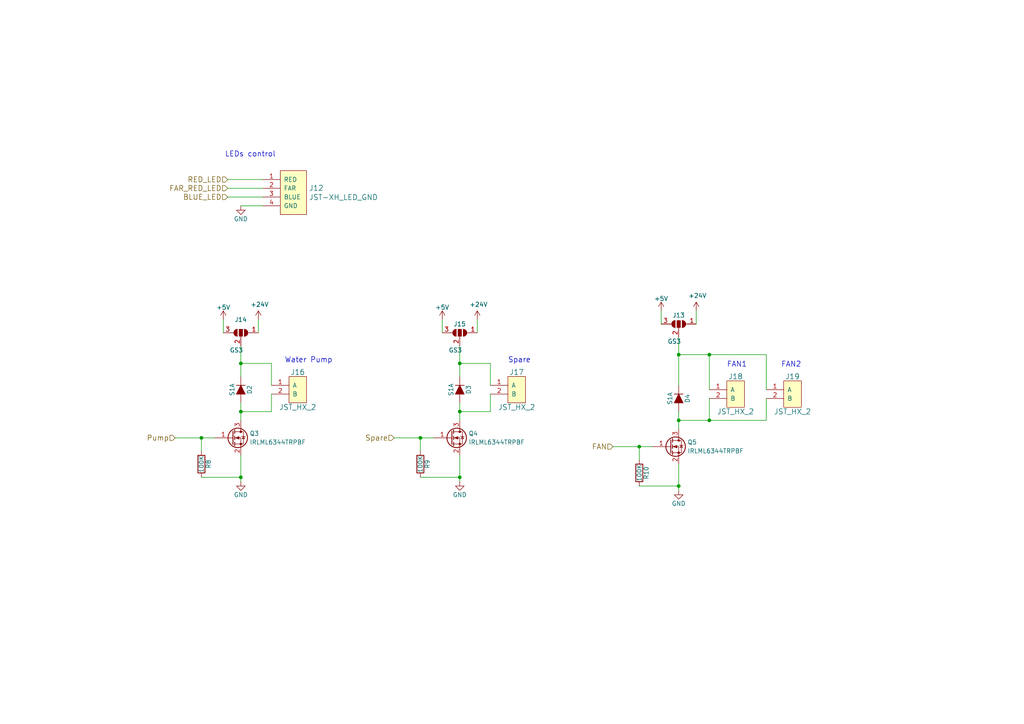
<source format=kicad_sch>
(kicad_sch (version 20230121) (generator eeschema)
  (paper "A4")
  (title_block (title "Astroplant Power Interface") (date "2018-02-13") (rev "0.5") (comment 1 "Vincent Frangi") (comment 2 "vincent.frangi@gmail.com"))
  (lib_symbols
    (symbol "Astroplant_VFR-rescue:D_ALT-Device" (pin_numbers hide) (pin_names (offset 1.016) hide)
      (property "Reference" "D" (at 0 2.54 0))
      (property "Value" "Device:D_ALT" (at 0 -2.54 0))
      (symbol "D_ALT-Device_0_1"
        (polyline (pts (xy -1.27 1.27) (xy -1.27 -1.27)) (stroke (width 0.2032)))
        (polyline (pts (xy 1.27 0) (xy -1.27 0)))
        (polyline (pts (xy 1.27 1.27) (xy 1.27 -1.27) (xy -1.27 0) (xy 1.27 1.27)) (stroke (width 0.2032)) (fill (type outline)))
      )
      (symbol "D_ALT-Device_1_1"
        (pin passive line (at -3.81 0 0) (length 2.54) (name "K") (number "1"))
        (pin passive line (at 3.81 0 180) (length 2.54) (name "A") (number "2"))
      )
    )
    (symbol "Astroplant_VFR-rescue:IRLML6344-AstroPlant" (pin_names (offset 0) hide)
      (property "Reference" "Q" (at 5.08 1.27 0))
      (property "Value" "AstroPlant:IRLML6344" (at 5.08 -1.27 0))
      (symbol "IRLML6344-AstroPlant_0_1"
        (polyline (pts (xy 0.0508 0) (xy 0.254 0)))
        (polyline (pts (xy 0.762 -1.778) (xy 2.54 -1.778)))
        (polyline (pts (xy 0.762 -1.27) (xy 0.762 -2.286)) (stroke (width 0.254)))
        (polyline (pts (xy 0.762 0) (xy 2.54 0)))
        (polyline (pts (xy 0.762 0.508) (xy 0.762 -0.508)) (stroke (width 0.254)))
        (polyline (pts (xy 0.762 1.778) (xy 2.54 1.778)))
        (polyline (pts (xy 0.762 2.286) (xy 0.762 1.27)) (stroke (width 0.254)))
        (polyline (pts (xy 2.54 -1.778) (xy 2.54 -2.54)))
        (polyline (pts (xy 2.54 -1.778) (xy 2.54 0)))
        (polyline (pts (xy 2.54 2.54) (xy 2.54 1.778)))
        (polyline (pts (xy 0.254 1.905) (xy 0.254 -1.905) (xy 0.254 -1.905)) (stroke (width 0.254)))
        (polyline (pts (xy 1.016 0) (xy 2.032 0.381) (xy 2.032 -0.381) (xy 1.016 0)) (fill (type outline)))
        (polyline (pts (xy 2.54 -1.778) (xy 3.302 -1.778) (xy 3.302 1.778) (xy 2.54 1.778)))
        (polyline (pts (xy 2.794 0.508) (xy 2.921 0.381) (xy 3.683 0.381) (xy 3.81 0.254)))
        (polyline (pts (xy 3.302 0.381) (xy 2.921 -0.254) (xy 3.683 -0.254) (xy 3.302 0.381)))
        (circle (center 1.651 0) (radius 2.8194) (stroke (width 0.254)))
        (circle (center 2.54 -1.778) (radius 0.2794) (fill (type outline)))
        (circle (center 2.54 1.778) (radius 0.2794) (fill (type outline)))
      )
      (symbol "IRLML6344-AstroPlant_1_1"
        (pin input line (at -5.08 0 0) (length 5.08) (name "G") (number "1"))
        (pin passive line (at 2.54 -5.08 90) (length 2.54) (name "S") (number "2"))
        (pin passive line (at 2.54 5.08 270) (length 2.54) (name "D") (number "3"))
      )
    )
    (symbol "Astroplant_VFR-rescue:JST-XH_LED_GND-JST_connector" (pin_names (offset 1.016))
      (property "Reference" "J" (at -5.08 6.35 0))
      (property "Value" "JST_connector:JST-XH_LED_GND" (at 2.54 0 90))
      (symbol "JST-XH_LED_GND-JST_connector_0_1"
        (rectangle (start -7.62 5.08) (end 0 -7.62) (fill (type background)))
      )
      (symbol "JST-XH_LED_GND-JST_connector_1_1"
        (pin passive line (at -12.7 2.54 0) (length 5.08) (name "RED") (number "1"))
        (pin passive line (at -12.7 0 0) (length 5.08) (name "FAR") (number "2"))
        (pin passive line (at -12.7 -2.54 0) (length 5.08) (name "BLUE") (number "3"))
        (pin passive line (at -12.7 -5.08 0) (length 5.08) (name "GND") (number "4"))
      )
    )
    (symbol "Astroplant_VFR-rescue:JST_HX_2-JST_connector" (pin_names (offset 1.016))
      (property "Reference" "J" (at 0 6.35 0))
      (property "Value" "JST_connector:JST_HX_2" (at 0 -3.81 0))
      (symbol "JST_HX_2-JST_connector_0_1"
        (rectangle (start -2.54 5.08) (end 2.54 -2.54) (fill (type background)))
      )
      (symbol "JST_HX_2-JST_connector_1_1"
        (pin passive line (at -7.62 2.54 0) (length 5.08) (name "A") (number "1"))
        (pin passive line (at -7.62 0 0) (length 5.08) (name "B") (number "2"))
      )
    )
    (symbol "Astroplant_VFR-rescue:SolderJumper_3_Open-Jumper" (pin_names (offset 0) hide)
      (property "Reference" "JP" (at -2.54 -2.54 0))
      (property "Value" "Jumper:SolderJumper_3_Open" (at 0 2.794 0))
      (symbol "SolderJumper_3_Open-Jumper_0_1"
        (arc (start -1.016 1.016) (mid -2.0276 0) (end -1.016 -1.016))
        (arc (start -1.016 1.016) (mid -2.0276 0) (end -1.016 -1.016) (fill (type outline)))
        (rectangle (start -0.508 1.016) (end 0.508 -1.016) (fill (type outline)))
        (polyline (pts (xy -2.54 0) (xy -2.032 0)))
        (polyline (pts (xy -1.016 1.016) (xy -1.016 -1.016)))
        (polyline (pts (xy 0 -1.27) (xy 0 -1.016)))
        (polyline (pts (xy 1.016 1.016) (xy 1.016 -1.016)))
        (polyline (pts (xy 2.54 0) (xy 2.032 0)))
        (arc (start 1.016 -1.016) (mid 2.0276 0) (end 1.016 1.016))
        (arc (start 1.016 -1.016) (mid 2.0276 0) (end 1.016 1.016) (fill (type outline)))
      )
      (symbol "SolderJumper_3_Open-Jumper_1_1"
        (pin passive line (at -5.08 0 0) (length 2.54) (name "A") (number "1"))
        (pin input line (at 0 -3.81 90) (length 2.54) (name "C") (number "2"))
        (pin passive line (at 5.08 0 180) (length 2.54) (name "B") (number "3"))
      )
    )
    (symbol "Device:R" (pin_numbers hide) (pin_names (offset 0))
      (property "Reference" "R" (at 2.032 0 90))
      (property "Value" "R" (at 0 0 90))
      (symbol "R_0_1"
        (rectangle (start -1.016 -2.54) (end 1.016 2.54) (stroke (width 0.254)))
      )
      (symbol "R_1_1"
        (pin passive line (at 0 3.81 270) (length 1.27) (name "~") (number "1"))
        (pin passive line (at 0 -3.81 90) (length 1.27) (name "~") (number "2"))
      )
    )
    (symbol "power:+24V" (power) (pin_names (offset 0))
      (property "Value" "+24V" (at 0 3.556 0))
      (symbol "+24V_0_1"
        (polyline (pts (xy -0.762 1.27) (xy 0 2.54)))
        (polyline (pts (xy 0 0) (xy 0 2.54)))
        (polyline (pts (xy 0 2.54) (xy 0.762 1.27)))
      )
      (symbol "+24V_1_1"
        (pin power_in line (at 0 0 90) (length 0) hide (name "+24V") (number "1"))
      )
    )
    (symbol "power:+5V" (power) (pin_names (offset 0))
      (property "Value" "+5V" (at 0 3.556 0))
      (symbol "+5V_0_1"
        (polyline (pts (xy -0.762 1.27) (xy 0 2.54)))
        (polyline (pts (xy 0 0) (xy 0 2.54)))
        (polyline (pts (xy 0 2.54) (xy 0.762 1.27)))
      )
      (symbol "+5V_1_1"
        (pin power_in line (at 0 0 90) (length 0) hide (name "+5V") (number "1"))
      )
    )
    (symbol "power:GND" (power) (pin_names (offset 0))
      (property "Value" "GND" (at 0 -3.81 0))
      (symbol "GND_0_1"
        (polyline (pts (xy 0 0) (xy 0 -1.27) (xy 1.27 -1.27) (xy 0 -2.54) (xy -1.27 -1.27) (xy 0 -1.27)))
      )
      (symbol "GND_1_1"
        (pin power_in line (at 0 0 270) (length 0) hide (name "GND") (number "1"))
      )
    )
  )
  (junction (at 196.85 102.87))
  (junction (at 133.35 138.43))
  (junction (at 205.74 121.92))
  (junction (at 69.85 105.41))
  (junction (at 69.85 119.38))
  (junction (at 121.92 127))
  (junction (at 69.85 138.43))
  (junction (at 133.35 119.38))
  (junction (at 185.42 129.54))
  (junction (at 196.85 121.92))
  (junction (at 133.35 105.41))
  (junction (at 205.74 102.87))
  (junction (at 58.42 127))
  (junction (at 196.85 140.97))
  (wire (pts (xy 114.3 127) (xy 121.92 127)))
  (wire (pts (xy 177.8 129.54) (xy 185.42 129.54)))
  (wire (pts (xy 78.74 105.41) (xy 69.85 105.41)))
  (wire (pts (xy 138.43 92.71) (xy 138.43 96.52)))
  (wire (pts (xy 142.24 119.38) (xy 142.24 114.3)))
  (wire (pts (xy 66.04 52.07) (xy 76.2 52.07)))
  (wire (pts (xy 142.24 105.41) (xy 133.35 105.41)))
  (wire (pts (xy 133.35 116.84) (xy 133.35 119.38)))
  (wire (pts (xy 222.25 102.87) (xy 222.25 113.03)))
  (wire (pts (xy 74.93 92.71) (xy 74.93 96.52)))
  (wire (pts (xy 185.42 129.54) (xy 189.23 129.54)))
  (wire (pts (xy 66.04 54.61) (xy 76.2 54.61)))
  (wire (pts (xy 64.77 92.71) (xy 64.77 96.52)))
  (wire (pts (xy 128.27 92.71) (xy 128.27 96.52)))
  (wire (pts (xy 58.42 127) (xy 62.23 127)))
  (wire (pts (xy 69.85 138.43) (xy 69.85 139.7)))
  (wire (pts (xy 76.2 59.69) (xy 69.85 59.69)))
  (wire (pts (xy 69.85 100.33) (xy 69.85 105.41)))
  (wire (pts (xy 69.85 119.38) (xy 69.85 121.92)))
  (wire (pts (xy 58.42 138.43) (xy 69.85 138.43)))
  (wire (pts (xy 121.92 127) (xy 125.73 127)))
  (wire (pts (xy 201.93 90.17) (xy 201.93 93.98)))
  (wire (pts (xy 222.25 121.92) (xy 222.25 115.57)))
  (wire (pts (xy 69.85 119.38) (xy 78.74 119.38)))
  (wire (pts (xy 133.35 105.41) (xy 133.35 109.22)))
  (wire (pts (xy 66.04 57.15) (xy 76.2 57.15)))
  (wire (pts (xy 196.85 102.87) (xy 196.85 111.76)))
  (wire (pts (xy 205.74 121.92) (xy 222.25 121.92)))
  (wire (pts (xy 69.85 116.84) (xy 69.85 119.38)))
  (wire (pts (xy 133.35 138.43) (xy 133.35 139.7)))
  (wire (pts (xy 185.42 129.54) (xy 185.42 133.35)))
  (wire (pts (xy 133.35 119.38) (xy 142.24 119.38)))
  (wire (pts (xy 121.92 127) (xy 121.92 130.81)))
  (wire (pts (xy 196.85 121.92) (xy 196.85 124.46)))
  (wire (pts (xy 196.85 119.38) (xy 196.85 121.92)))
  (wire (pts (xy 196.85 102.87) (xy 205.74 102.87)))
  (wire (pts (xy 196.85 134.62) (xy 196.85 140.97)))
  (wire (pts (xy 191.77 90.17) (xy 191.77 93.98)))
  (wire (pts (xy 133.35 100.33) (xy 133.35 105.41)))
  (wire (pts (xy 133.35 119.38) (xy 133.35 121.92)))
  (wire (pts (xy 69.85 132.08) (xy 69.85 138.43)))
  (wire (pts (xy 205.74 113.03) (xy 205.74 102.87)))
  (wire (pts (xy 58.42 127) (xy 58.42 130.81)))
  (wire (pts (xy 185.42 140.97) (xy 196.85 140.97)))
  (wire (pts (xy 196.85 140.97) (xy 196.85 142.24)))
  (wire (pts (xy 78.74 119.38) (xy 78.74 114.3)))
  (wire (pts (xy 50.8 127) (xy 58.42 127)))
  (wire (pts (xy 196.85 121.92) (xy 205.74 121.92)))
  (wire (pts (xy 69.85 105.41) (xy 69.85 109.22)))
  (wire (pts (xy 78.74 111.76) (xy 78.74 105.41)))
  (wire (pts (xy 196.85 97.79) (xy 196.85 102.87)))
  (wire (pts (xy 133.35 132.08) (xy 133.35 138.43)))
  (wire (pts (xy 205.74 102.87) (xy 222.25 102.87)))
  (wire (pts (xy 205.74 121.92) (xy 205.74 115.57)))
  (wire (pts (xy 142.24 111.76) (xy 142.24 105.41)))
  (wire (pts (xy 121.92 138.43) (xy 133.35 138.43)))
  (text "Spare" (at 147.32 105.41 0) (effects (font (size 1.524 1.524)) (justify left bottom)))
  (text "LEDs control" (at 80.01 45.72 0) (effects (font (size 1.524 1.524)) (justify right bottom)))
  (text "Water Pump" (at 82.55 105.41 0) (effects (font (size 1.524 1.524)) (justify left bottom)))
  (text "FAN2" (at 232.41 106.68 0) (effects (font (size 1.524 1.524)) (justify right bottom)))
  (text "FAN1" (at 210.82 106.68 0) (effects (font (size 1.524 1.524)) (justify left bottom)))
  (hierarchical_label "FAN" (shape input) (at 177.8 129.54 180) (effects (font (size 1.524 1.524))))
  (hierarchical_label "Spare" (shape input) (at 114.3 127 180) (effects (font (size 1.524 1.524))))
  (hierarchical_label "BLUE_LED" (shape input) (at 66.04 57.15 180) (effects (font (size 1.524 1.524))))
  (hierarchical_label "RED_LED" (shape input) (at 66.04 52.07 180) (effects (font (size 1.524 1.524))))
  (hierarchical_label "Pump" (shape input) (at 50.8 127 180) (effects (font (size 1.524 1.524))))
  (hierarchical_label "FAR_RED_LED" (shape input) (at 66.04 54.61 180) (effects (font (size 1.524 1.524))))
  (symbol (lib_id "power:GND") (at 196.85 142.24 0) (unit 1)
    (property "Reference" "#PWR0129" (effects hide))
    (property "Value" "GND" (at 196.85 146.05 0))
  )
  (symbol (lib_id "power:GND") (at 133.35 139.7 0) (unit 1)
    (property "Reference" "#PWR0130" (effects hide))
    (property "Value" "GND" (at 133.35 143.51 0))
  )
  (symbol (lib_id "Astroplant_VFR-rescue:D_ALT-Device") (at 69.85 113.03 270) (unit 1)
    (property "Reference" "D2" (at 72.39 113.03 0))
    (property "Value" "S1A" (at 67.31 113.03 0))
    (property "Footprint" "Diode_SMD:D_SMA" (effects hide))
    (property "Datasheet" "https://www.fairchildsemi.com/datasheets/S1/S1A.pdf" (effects hide))
    (property "MPN" "S1A-13-F" (effects hide))
    (property "URL" "https://www.digikey.com/product-detail/en/on-semiconductor/S1A/S1AFSCT-ND/965718" (effects hide))
    (property "Digikey Part Number" "S1AFSCT-ND" (effects hide))
  )
  (symbol (lib_id "power:GND") (at 69.85 139.7 0) (unit 1)
    (property "Reference" "#PWR0131" (effects hide))
    (property "Value" "GND" (at 69.85 143.51 0))
  )
  (symbol (lib_id "Astroplant_VFR-rescue:SolderJumper_3_Open-Jumper") (at 133.35 96.52 0) (mirror y) (unit 1) (in_bom no)
    (property "Reference" "J15" (at 133.35 93.98 0))
    (property "Value" "GS3" (at 132.08 101.5746 0))
    (property "Footprint" "Jumper:SolderJumper-3_P2.0mm_Open_TrianglePad1.0x1.5mm" (effects hide))
  )
  (symbol (lib_id "power:+5V") (at 128.27 92.71 0) (unit 1)
    (property "Reference" "#PWR0132" (effects hide))
    (property "Value" "+5V" (at 128.27 89.154 0))
  )
  (symbol (lib_id "Astroplant_VFR-rescue:SolderJumper_3_Open-Jumper") (at 69.85 96.52 0) (mirror y) (unit 1) (in_bom no)
    (property "Reference" "J14" (at 69.85 92.71 0))
    (property "Value" "GS3" (at 68.58 101.5746 0))
    (property "Footprint" "Jumper:SolderJumper-3_P2.0mm_Open_TrianglePad1.0x1.5mm" (effects hide))
  )
  (symbol (lib_id "power:+5V") (at 64.77 92.71 0) (unit 1)
    (property "Reference" "#PWR0133" (effects hide))
    (property "Value" "+5V" (at 64.77 89.154 0))
  )
  (symbol (lib_id "Astroplant_VFR-rescue:SolderJumper_3_Open-Jumper") (at 196.85 93.98 0) (mirror y) (unit 1) (in_bom no)
    (property "Reference" "J13" (at 196.85 91.44 0))
    (property "Value" "GS3" (at 195.58 99.0346 0))
    (property "Footprint" "Jumper:SolderJumper-3_P2.0mm_Open_TrianglePad1.0x1.5mm" (effects hide))
  )
  (symbol (lib_id "power:+5V") (at 191.77 90.17 0) (unit 1)
    (property "Reference" "#PWR0134" (effects hide))
    (property "Value" "+5V" (at 191.77 86.614 0))
  )
  (symbol (lib_id "Astroplant_VFR-rescue:D_ALT-Device") (at 133.35 113.03 270) (unit 1)
    (property "Reference" "D3" (at 135.89 113.03 0))
    (property "Value" "S1A" (at 130.81 113.03 0))
    (property "Footprint" "Diode_SMD:D_SMA" (effects hide))
    (property "Datasheet" "https://www.fairchildsemi.com/datasheets/S1/S1A.pdf" (effects hide))
    (property "MPN" "S1A-13-F" (effects hide))
    (property "URL" "https://www.digikey.com/product-detail/en/on-semiconductor/S1A/S1AFSCT-ND/965718" (effects hide))
    (property "Digikey Part Number" "S1AFSCT-ND" (effects hide))
  )
  (symbol (lib_id "Astroplant_VFR-rescue:D_ALT-Device") (at 196.85 115.57 270) (unit 1)
    (property "Reference" "D4" (at 199.39 115.57 0))
    (property "Value" "S1A" (at 194.31 115.57 0))
    (property "Footprint" "Diode_SMD:D_SMA" (effects hide))
    (property "Datasheet" "https://www.fairchildsemi.com/datasheets/S1/S1A.pdf" (effects hide))
    (property "MPN" "S1A-13-F" (effects hide))
    (property "URL" "https://www.digikey.com/product-detail/en/on-semiconductor/S1A/S1AFSCT-ND/965718" (effects hide))
    (property "Digikey Part Number" "S1AFSCT-ND" (effects hide))
  )
  (symbol (lib_id "Device:R") (at 58.42 134.62 0) (unit 1)
    (property "Reference" "R8" (at 60.452 134.62 90))
    (property "Value" "100K" (at 58.42 134.62 90))
    (property "Footprint" "Resistor_SMD:R_0805_2012Metric" (effects hide))
    (property "Datasheet" "http://www.yageo.com/documents/recent/PYu-RC_Group_51_RoHS_L_8.pdf" (effects hide))
    (property "MPN" "RC0805FR-07100KL " (effects hide))
    (property "URL" "https://www.digikey.com/product-detail/en/yageo/RC0805FR-07100KL/311-100KCRCT-ND/730491" (effects hide))
    (property "Digikey Part Number" "311-100KCRCT-ND" (effects hide))
  )
  (symbol (lib_id "Device:R") (at 185.42 137.16 0) (unit 1)
    (property "Reference" "R10" (at 187.452 137.16 90))
    (property "Value" "100K" (at 185.42 137.16 90))
    (property "Footprint" "Resistor_SMD:R_0805_2012Metric" (effects hide))
    (property "Datasheet" "http://www.yageo.com/documents/recent/PYu-RC_Group_51_RoHS_L_8.pdf" (effects hide))
    (property "MPN" "RC0805FR-07100KL " (effects hide))
    (property "URL" "https://www.digikey.com/product-detail/en/yageo/RC0805FR-07100KL/311-100KCRCT-ND/730491" (effects hide))
    (property "Digikey Part Number" "311-100KCRCT-ND" (effects hide))
  )
  (symbol (lib_id "Device:R") (at 121.92 134.62 0) (unit 1)
    (property "Reference" "R9" (at 123.952 134.62 90))
    (property "Value" "100K" (at 121.92 134.62 90))
    (property "Footprint" "Resistor_SMD:R_0805_2012Metric" (effects hide))
    (property "Datasheet" "http://www.yageo.com/documents/recent/PYu-RC_Group_51_RoHS_L_8.pdf" (effects hide))
    (property "MPN" "RC0805FR-07100KL " (effects hide))
    (property "URL" "https://www.digikey.com/product-detail/en/yageo/RC0805FR-07100KL/311-100KCRCT-ND/730491" (effects hide))
    (property "Digikey Part Number" "311-100KCRCT-ND" (effects hide))
  )
  (symbol (lib_id "Astroplant_VFR-rescue:JST_HX_2-JST_connector") (at 213.36 115.57 0) (unit 1)
    (property "Reference" "J18" (at 213.36 109.22 0) (effects (font (size 1.524 1.524))))
    (property "Value" "JST_HX_2" (at 213.36 119.38 0) (effects (font (size 1.524 1.524))))
    (property "Footprint" "Connector_JST:JST_XH_B02B-XH-A_1x02_P2.50mm_Vertical" (effects hide))
    (property "Datasheet" "http://www.jst-mfg.com/product/pdf/eng/eXH.pdf" (effects hide))
    (property "MPN" "B2B-XH-A(LF)(SN) " (effects hide))
    (property "URL" "https://www.digikey.com/products/en?keywords=%20B2B-XH-A(LF)(SN)%20" (effects hide))
    (property "Digikey Part Number" "455-2247-ND" (effects hide))
  )
  (symbol (lib_id "Astroplant_VFR-rescue:JST_HX_2-JST_connector") (at 229.87 115.57 0) (unit 1)
    (property "Reference" "J19" (at 229.87 109.22 0) (effects (font (size 1.524 1.524))))
    (property "Value" "JST_HX_2" (at 229.87 119.38 0) (effects (font (size 1.524 1.524))))
    (property "Footprint" "Connector_JST:JST_XH_B02B-XH-A_1x02_P2.50mm_Vertical" (effects hide))
    (property "Datasheet" "http://www.jst-mfg.com/product/pdf/eng/eXH.pdf" (effects hide))
    (property "MPN" "B2B-XH-A(LF)(SN) " (effects hide))
    (property "URL" "https://www.digikey.com/products/en?keywords=%20B2B-XH-A(LF)(SN)%20" (effects hide))
    (property "Digikey Part Number" "455-2247-ND" (effects hide))
  )
  (symbol (lib_id "Astroplant_VFR-rescue:JST_HX_2-JST_connector") (at 149.86 114.3 0) (unit 1)
    (property "Reference" "J17" (at 149.86 107.95 0) (effects (font (size 1.524 1.524))))
    (property "Value" "JST_HX_2" (at 149.86 118.11 0) (effects (font (size 1.524 1.524))))
    (property "Footprint" "Connector_JST:JST_XH_B02B-XH-A_1x02_P2.50mm_Vertical" (effects hide))
    (property "Datasheet" "http://www.jst-mfg.com/product/pdf/eng/eXH.pdf" (effects hide))
    (property "MPN" "B2B-XH-A(LF)(SN) " (effects hide))
    (property "URL" "https://www.digikey.com/products/en?keywords=%20B2B-XH-A(LF)(SN)%20" (effects hide))
    (property "Digikey Part Number" "455-2247-ND" (effects hide))
  )
  (symbol (lib_id "Astroplant_VFR-rescue:JST_HX_2-JST_connector") (at 86.36 114.3 0) (unit 1)
    (property "Reference" "J16" (at 86.36 107.95 0) (effects (font (size 1.524 1.524))))
    (property "Value" "JST_HX_2" (at 86.36 118.11 0) (effects (font (size 1.524 1.524))))
    (property "Footprint" "Connector_JST:JST_XH_B02B-XH-A_1x02_P2.50mm_Vertical" (effects hide))
    (property "Datasheet" "http://www.jst-mfg.com/product/pdf/eng/eXH.pdf" (effects hide))
    (property "MPN" "B2B-XH-A(LF)(SN) " (effects hide))
    (property "URL" "https://www.digikey.com/products/en?keywords=%20B2B-XH-A(LF)(SN)%20" (effects hide))
    (property "Digikey Part Number" "455-2247-ND" (effects hide))
  )
  (symbol (lib_id "Astroplant_VFR-rescue:IRLML6344-AstroPlant") (at 194.31 129.54 0) (unit 1)
    (property "Reference" "Q5" (at 199.39 128.27 0) (effects (justify left)))
    (property "Value" "IRLML6344TRPBF" (at 199.39 130.81 0) (effects (justify left)))
    (property "Footprint" "Package_TO_SOT_SMD:SOT-23" (effects hide))
    (property "Datasheet" "https://www.infineon.com/dgdl/irlml6344pbf.pdf?fileId=5546d462533600a4015356689c44262c" (effects hide))
    (property "MPN" "IRLML6344TRPBF" (effects hide))
    (property "URL" "https://www.digikey.com/product-detail/en/infineon-technologies/IRLML6344TRPBF/IRLML6344TRPBFCT-ND/2538168" (effects hide))
    (property "Digikey Part Number" "IRLML6344TRPBFCT-ND" (effects hide))
  )
  (symbol (lib_id "Astroplant_VFR-rescue:IRLML6344-AstroPlant") (at 130.81 127 0) (unit 1)
    (property "Reference" "Q4" (at 135.89 125.73 0) (effects (justify left)))
    (property "Value" "IRLML6344TRPBF" (at 135.89 128.27 0) (effects (justify left)))
    (property "Footprint" "Package_TO_SOT_SMD:SOT-23" (effects hide))
    (property "Datasheet" "https://www.infineon.com/dgdl/irlml6344pbf.pdf?fileId=5546d462533600a4015356689c44262c" (effects hide))
    (property "MPN" "IRLML6344TRPBF" (effects hide))
    (property "URL" "https://www.digikey.com/product-detail/en/infineon-technologies/IRLML6344TRPBF/IRLML6344TRPBFCT-ND/2538168" (effects hide))
    (property "Digikey Part Number" "IRLML6344TRPBFCT-ND" (effects hide))
  )
  (symbol (lib_id "Astroplant_VFR-rescue:IRLML6344-AstroPlant") (at 67.31 127 0) (unit 1)
    (property "Reference" "Q3" (at 72.39 125.73 0) (effects (justify left)))
    (property "Value" "IRLML6344TRPBF" (at 72.39 128.27 0) (effects (justify left)))
    (property "Footprint" "Package_TO_SOT_SMD:SOT-23" (effects hide))
    (property "Datasheet" "https://www.infineon.com/dgdl/irlml6344pbf.pdf?fileId=5546d462533600a4015356689c44262c" (effects hide))
    (property "MPN" "IRLML6344TRPBF" (effects hide))
    (property "URL" "https://www.digikey.com/product-detail/en/infineon-technologies/IRLML6344TRPBF/IRLML6344TRPBFCT-ND/2538168" (effects hide))
    (property "Digikey Part Number" "IRLML6344TRPBFCT-ND" (effects hide))
  )
  (symbol (lib_id "Astroplant_VFR-rescue:JST-XH_LED_GND-JST_connector") (at 88.9 54.61 0) (unit 1)
    (property "Reference" "J12" (at 89.5858 54.5338 0) (effects (font (size 1.524 1.524)) (justify left)))
    (property "Value" "JST-XH_LED_GND" (at 89.5858 57.2262 0) (effects (font (size 1.524 1.524)) (justify left)))
    (property "Footprint" "Connector_JST:JST_XH_B04B-XH-A_1x04_P2.50mm_Vertical" (effects hide))
  )
  (symbol (lib_id "power:GND") (at 69.85 59.69 0) (unit 1)
    (property "Reference" "#PWR0135" (effects hide))
    (property "Value" "GND" (at 69.85 63.5 0))
  )
  (symbol (lib_id "power:+24V") (at 74.93 92.71 0) (unit 1)
    (property "Reference" "#PWR0136" (effects hide))
    (property "Value" "+24V" (at 75.311 88.3158 0))
  )
  (symbol (lib_id "power:+24V") (at 138.43 92.71 0) (unit 1)
    (property "Reference" "#PWR0137" (effects hide))
    (property "Value" "+24V" (at 138.811 88.3158 0))
  )
  (symbol (lib_id "power:+24V") (at 201.93 90.17 0) (unit 1)
    (property "Reference" "#PWR0138" (effects hide))
    (property "Value" "+24V" (at 202.311 85.7758 0))
  )
)
</source>
